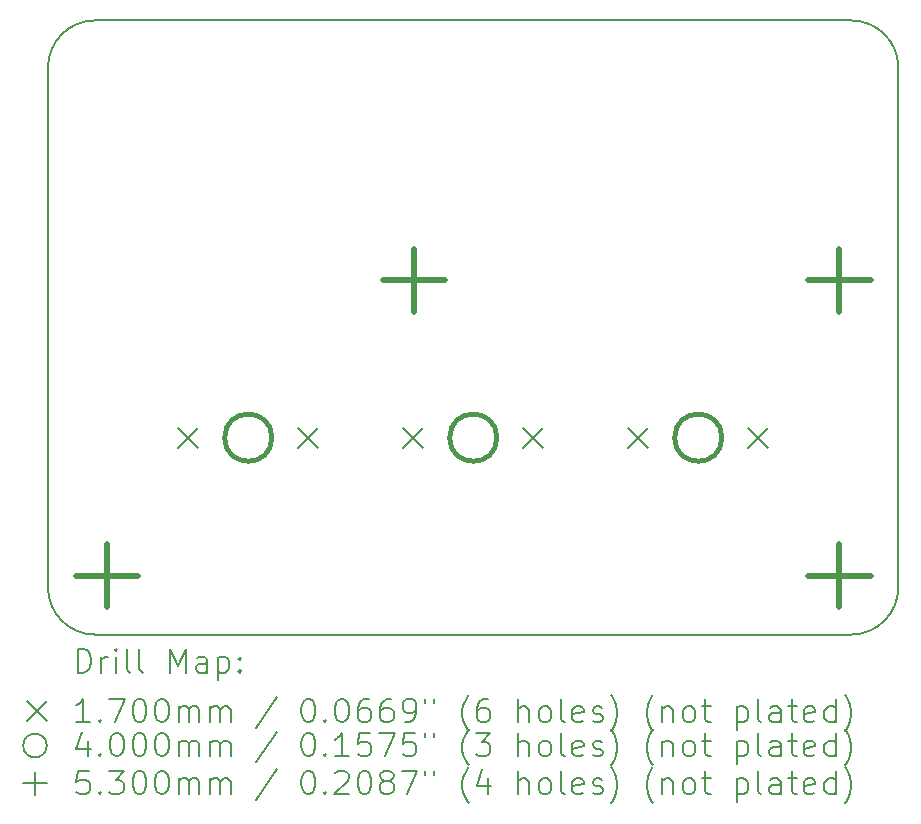
<source format=gbr>
%TF.GenerationSoftware,KiCad,Pcbnew,8.0.8-8.0.8-0~ubuntu22.04.1*%
%TF.CreationDate,2025-02-27T16:32:07+08:00*%
%TF.ProjectId,macropad,6d616372-6f70-4616-942e-6b696361645f,rev?*%
%TF.SameCoordinates,Original*%
%TF.FileFunction,Drillmap*%
%TF.FilePolarity,Positive*%
%FSLAX45Y45*%
G04 Gerber Fmt 4.5, Leading zero omitted, Abs format (unit mm)*
G04 Created by KiCad (PCBNEW 8.0.8-8.0.8-0~ubuntu22.04.1) date 2025-02-27 16:32:07*
%MOMM*%
%LPD*%
G01*
G04 APERTURE LIST*
%ADD10C,0.200000*%
%ADD11C,0.170000*%
%ADD12C,0.400000*%
%ADD13C,0.530000*%
G04 APERTURE END LIST*
D10*
X17500000Y-11700000D02*
G75*
G02*
X17100000Y-11300000I0J400000D01*
G01*
X24300000Y-6900000D02*
X24300000Y-11300000D01*
X24300000Y-11300000D02*
G75*
G02*
X23900000Y-11700000I-400000J0D01*
G01*
X17100000Y-6900000D02*
G75*
G02*
X17500000Y-6500000I400000J0D01*
G01*
X23900000Y-6500000D02*
X17500000Y-6500000D01*
X23900000Y-11700000D02*
X17500000Y-11700000D01*
X17100000Y-6900000D02*
X17100000Y-11300000D01*
X23900000Y-6500000D02*
G75*
G02*
X24300000Y-6900000I0J-400000D01*
G01*
D11*
X18203000Y-9948000D02*
X18373000Y-10118000D01*
X18373000Y-9948000D02*
X18203000Y-10118000D01*
X19219000Y-9948000D02*
X19389000Y-10118000D01*
X19389000Y-9948000D02*
X19219000Y-10118000D01*
X20108000Y-9948000D02*
X20278000Y-10118000D01*
X20278000Y-9948000D02*
X20108000Y-10118000D01*
X21124000Y-9948000D02*
X21294000Y-10118000D01*
X21294000Y-9948000D02*
X21124000Y-10118000D01*
X22013000Y-9948000D02*
X22183000Y-10118000D01*
X22183000Y-9948000D02*
X22013000Y-10118000D01*
X23029000Y-9948000D02*
X23199000Y-10118000D01*
X23199000Y-9948000D02*
X23029000Y-10118000D01*
D12*
X18996000Y-10033000D02*
G75*
G02*
X18596000Y-10033000I-200000J0D01*
G01*
X18596000Y-10033000D02*
G75*
G02*
X18996000Y-10033000I200000J0D01*
G01*
X20901000Y-10033000D02*
G75*
G02*
X20501000Y-10033000I-200000J0D01*
G01*
X20501000Y-10033000D02*
G75*
G02*
X20901000Y-10033000I200000J0D01*
G01*
X22806000Y-10033000D02*
G75*
G02*
X22406000Y-10033000I-200000J0D01*
G01*
X22406000Y-10033000D02*
G75*
G02*
X22806000Y-10033000I200000J0D01*
G01*
D13*
X17600000Y-10935000D02*
X17600000Y-11465000D01*
X17335000Y-11200000D02*
X17865000Y-11200000D01*
X20200000Y-8435000D02*
X20200000Y-8965000D01*
X19935000Y-8700000D02*
X20465000Y-8700000D01*
X23800000Y-8435000D02*
X23800000Y-8965000D01*
X23535000Y-8700000D02*
X24065000Y-8700000D01*
X23800000Y-10935000D02*
X23800000Y-11465000D01*
X23535000Y-11200000D02*
X24065000Y-11200000D01*
D10*
X17350777Y-12021484D02*
X17350777Y-11821484D01*
X17350777Y-11821484D02*
X17398396Y-11821484D01*
X17398396Y-11821484D02*
X17426967Y-11831008D01*
X17426967Y-11831008D02*
X17446015Y-11850055D01*
X17446015Y-11850055D02*
X17455539Y-11869103D01*
X17455539Y-11869103D02*
X17465063Y-11907198D01*
X17465063Y-11907198D02*
X17465063Y-11935769D01*
X17465063Y-11935769D02*
X17455539Y-11973865D01*
X17455539Y-11973865D02*
X17446015Y-11992912D01*
X17446015Y-11992912D02*
X17426967Y-12011960D01*
X17426967Y-12011960D02*
X17398396Y-12021484D01*
X17398396Y-12021484D02*
X17350777Y-12021484D01*
X17550777Y-12021484D02*
X17550777Y-11888150D01*
X17550777Y-11926246D02*
X17560301Y-11907198D01*
X17560301Y-11907198D02*
X17569824Y-11897674D01*
X17569824Y-11897674D02*
X17588872Y-11888150D01*
X17588872Y-11888150D02*
X17607920Y-11888150D01*
X17674586Y-12021484D02*
X17674586Y-11888150D01*
X17674586Y-11821484D02*
X17665063Y-11831008D01*
X17665063Y-11831008D02*
X17674586Y-11840531D01*
X17674586Y-11840531D02*
X17684110Y-11831008D01*
X17684110Y-11831008D02*
X17674586Y-11821484D01*
X17674586Y-11821484D02*
X17674586Y-11840531D01*
X17798396Y-12021484D02*
X17779348Y-12011960D01*
X17779348Y-12011960D02*
X17769824Y-11992912D01*
X17769824Y-11992912D02*
X17769824Y-11821484D01*
X17903158Y-12021484D02*
X17884110Y-12011960D01*
X17884110Y-12011960D02*
X17874586Y-11992912D01*
X17874586Y-11992912D02*
X17874586Y-11821484D01*
X18131729Y-12021484D02*
X18131729Y-11821484D01*
X18131729Y-11821484D02*
X18198396Y-11964341D01*
X18198396Y-11964341D02*
X18265063Y-11821484D01*
X18265063Y-11821484D02*
X18265063Y-12021484D01*
X18446015Y-12021484D02*
X18446015Y-11916722D01*
X18446015Y-11916722D02*
X18436491Y-11897674D01*
X18436491Y-11897674D02*
X18417444Y-11888150D01*
X18417444Y-11888150D02*
X18379348Y-11888150D01*
X18379348Y-11888150D02*
X18360301Y-11897674D01*
X18446015Y-12011960D02*
X18426967Y-12021484D01*
X18426967Y-12021484D02*
X18379348Y-12021484D01*
X18379348Y-12021484D02*
X18360301Y-12011960D01*
X18360301Y-12011960D02*
X18350777Y-11992912D01*
X18350777Y-11992912D02*
X18350777Y-11973865D01*
X18350777Y-11973865D02*
X18360301Y-11954817D01*
X18360301Y-11954817D02*
X18379348Y-11945293D01*
X18379348Y-11945293D02*
X18426967Y-11945293D01*
X18426967Y-11945293D02*
X18446015Y-11935769D01*
X18541253Y-11888150D02*
X18541253Y-12088150D01*
X18541253Y-11897674D02*
X18560301Y-11888150D01*
X18560301Y-11888150D02*
X18598396Y-11888150D01*
X18598396Y-11888150D02*
X18617444Y-11897674D01*
X18617444Y-11897674D02*
X18626967Y-11907198D01*
X18626967Y-11907198D02*
X18636491Y-11926246D01*
X18636491Y-11926246D02*
X18636491Y-11983388D01*
X18636491Y-11983388D02*
X18626967Y-12002436D01*
X18626967Y-12002436D02*
X18617444Y-12011960D01*
X18617444Y-12011960D02*
X18598396Y-12021484D01*
X18598396Y-12021484D02*
X18560301Y-12021484D01*
X18560301Y-12021484D02*
X18541253Y-12011960D01*
X18722205Y-12002436D02*
X18731729Y-12011960D01*
X18731729Y-12011960D02*
X18722205Y-12021484D01*
X18722205Y-12021484D02*
X18712682Y-12011960D01*
X18712682Y-12011960D02*
X18722205Y-12002436D01*
X18722205Y-12002436D02*
X18722205Y-12021484D01*
X18722205Y-11897674D02*
X18731729Y-11907198D01*
X18731729Y-11907198D02*
X18722205Y-11916722D01*
X18722205Y-11916722D02*
X18712682Y-11907198D01*
X18712682Y-11907198D02*
X18722205Y-11897674D01*
X18722205Y-11897674D02*
X18722205Y-11916722D01*
D11*
X16920000Y-12265000D02*
X17090000Y-12435000D01*
X17090000Y-12265000D02*
X16920000Y-12435000D01*
D10*
X17455539Y-12441484D02*
X17341253Y-12441484D01*
X17398396Y-12441484D02*
X17398396Y-12241484D01*
X17398396Y-12241484D02*
X17379348Y-12270055D01*
X17379348Y-12270055D02*
X17360301Y-12289103D01*
X17360301Y-12289103D02*
X17341253Y-12298627D01*
X17541253Y-12422436D02*
X17550777Y-12431960D01*
X17550777Y-12431960D02*
X17541253Y-12441484D01*
X17541253Y-12441484D02*
X17531729Y-12431960D01*
X17531729Y-12431960D02*
X17541253Y-12422436D01*
X17541253Y-12422436D02*
X17541253Y-12441484D01*
X17617444Y-12241484D02*
X17750777Y-12241484D01*
X17750777Y-12241484D02*
X17665063Y-12441484D01*
X17865063Y-12241484D02*
X17884110Y-12241484D01*
X17884110Y-12241484D02*
X17903158Y-12251008D01*
X17903158Y-12251008D02*
X17912682Y-12260531D01*
X17912682Y-12260531D02*
X17922205Y-12279579D01*
X17922205Y-12279579D02*
X17931729Y-12317674D01*
X17931729Y-12317674D02*
X17931729Y-12365293D01*
X17931729Y-12365293D02*
X17922205Y-12403388D01*
X17922205Y-12403388D02*
X17912682Y-12422436D01*
X17912682Y-12422436D02*
X17903158Y-12431960D01*
X17903158Y-12431960D02*
X17884110Y-12441484D01*
X17884110Y-12441484D02*
X17865063Y-12441484D01*
X17865063Y-12441484D02*
X17846015Y-12431960D01*
X17846015Y-12431960D02*
X17836491Y-12422436D01*
X17836491Y-12422436D02*
X17826967Y-12403388D01*
X17826967Y-12403388D02*
X17817444Y-12365293D01*
X17817444Y-12365293D02*
X17817444Y-12317674D01*
X17817444Y-12317674D02*
X17826967Y-12279579D01*
X17826967Y-12279579D02*
X17836491Y-12260531D01*
X17836491Y-12260531D02*
X17846015Y-12251008D01*
X17846015Y-12251008D02*
X17865063Y-12241484D01*
X18055539Y-12241484D02*
X18074586Y-12241484D01*
X18074586Y-12241484D02*
X18093634Y-12251008D01*
X18093634Y-12251008D02*
X18103158Y-12260531D01*
X18103158Y-12260531D02*
X18112682Y-12279579D01*
X18112682Y-12279579D02*
X18122205Y-12317674D01*
X18122205Y-12317674D02*
X18122205Y-12365293D01*
X18122205Y-12365293D02*
X18112682Y-12403388D01*
X18112682Y-12403388D02*
X18103158Y-12422436D01*
X18103158Y-12422436D02*
X18093634Y-12431960D01*
X18093634Y-12431960D02*
X18074586Y-12441484D01*
X18074586Y-12441484D02*
X18055539Y-12441484D01*
X18055539Y-12441484D02*
X18036491Y-12431960D01*
X18036491Y-12431960D02*
X18026967Y-12422436D01*
X18026967Y-12422436D02*
X18017444Y-12403388D01*
X18017444Y-12403388D02*
X18007920Y-12365293D01*
X18007920Y-12365293D02*
X18007920Y-12317674D01*
X18007920Y-12317674D02*
X18017444Y-12279579D01*
X18017444Y-12279579D02*
X18026967Y-12260531D01*
X18026967Y-12260531D02*
X18036491Y-12251008D01*
X18036491Y-12251008D02*
X18055539Y-12241484D01*
X18207920Y-12441484D02*
X18207920Y-12308150D01*
X18207920Y-12327198D02*
X18217444Y-12317674D01*
X18217444Y-12317674D02*
X18236491Y-12308150D01*
X18236491Y-12308150D02*
X18265063Y-12308150D01*
X18265063Y-12308150D02*
X18284110Y-12317674D01*
X18284110Y-12317674D02*
X18293634Y-12336722D01*
X18293634Y-12336722D02*
X18293634Y-12441484D01*
X18293634Y-12336722D02*
X18303158Y-12317674D01*
X18303158Y-12317674D02*
X18322205Y-12308150D01*
X18322205Y-12308150D02*
X18350777Y-12308150D01*
X18350777Y-12308150D02*
X18369825Y-12317674D01*
X18369825Y-12317674D02*
X18379348Y-12336722D01*
X18379348Y-12336722D02*
X18379348Y-12441484D01*
X18474586Y-12441484D02*
X18474586Y-12308150D01*
X18474586Y-12327198D02*
X18484110Y-12317674D01*
X18484110Y-12317674D02*
X18503158Y-12308150D01*
X18503158Y-12308150D02*
X18531729Y-12308150D01*
X18531729Y-12308150D02*
X18550777Y-12317674D01*
X18550777Y-12317674D02*
X18560301Y-12336722D01*
X18560301Y-12336722D02*
X18560301Y-12441484D01*
X18560301Y-12336722D02*
X18569825Y-12317674D01*
X18569825Y-12317674D02*
X18588872Y-12308150D01*
X18588872Y-12308150D02*
X18617444Y-12308150D01*
X18617444Y-12308150D02*
X18636491Y-12317674D01*
X18636491Y-12317674D02*
X18646015Y-12336722D01*
X18646015Y-12336722D02*
X18646015Y-12441484D01*
X19036491Y-12231960D02*
X18865063Y-12489103D01*
X19293634Y-12241484D02*
X19312682Y-12241484D01*
X19312682Y-12241484D02*
X19331729Y-12251008D01*
X19331729Y-12251008D02*
X19341253Y-12260531D01*
X19341253Y-12260531D02*
X19350777Y-12279579D01*
X19350777Y-12279579D02*
X19360301Y-12317674D01*
X19360301Y-12317674D02*
X19360301Y-12365293D01*
X19360301Y-12365293D02*
X19350777Y-12403388D01*
X19350777Y-12403388D02*
X19341253Y-12422436D01*
X19341253Y-12422436D02*
X19331729Y-12431960D01*
X19331729Y-12431960D02*
X19312682Y-12441484D01*
X19312682Y-12441484D02*
X19293634Y-12441484D01*
X19293634Y-12441484D02*
X19274587Y-12431960D01*
X19274587Y-12431960D02*
X19265063Y-12422436D01*
X19265063Y-12422436D02*
X19255539Y-12403388D01*
X19255539Y-12403388D02*
X19246015Y-12365293D01*
X19246015Y-12365293D02*
X19246015Y-12317674D01*
X19246015Y-12317674D02*
X19255539Y-12279579D01*
X19255539Y-12279579D02*
X19265063Y-12260531D01*
X19265063Y-12260531D02*
X19274587Y-12251008D01*
X19274587Y-12251008D02*
X19293634Y-12241484D01*
X19446015Y-12422436D02*
X19455539Y-12431960D01*
X19455539Y-12431960D02*
X19446015Y-12441484D01*
X19446015Y-12441484D02*
X19436491Y-12431960D01*
X19436491Y-12431960D02*
X19446015Y-12422436D01*
X19446015Y-12422436D02*
X19446015Y-12441484D01*
X19579348Y-12241484D02*
X19598396Y-12241484D01*
X19598396Y-12241484D02*
X19617444Y-12251008D01*
X19617444Y-12251008D02*
X19626968Y-12260531D01*
X19626968Y-12260531D02*
X19636491Y-12279579D01*
X19636491Y-12279579D02*
X19646015Y-12317674D01*
X19646015Y-12317674D02*
X19646015Y-12365293D01*
X19646015Y-12365293D02*
X19636491Y-12403388D01*
X19636491Y-12403388D02*
X19626968Y-12422436D01*
X19626968Y-12422436D02*
X19617444Y-12431960D01*
X19617444Y-12431960D02*
X19598396Y-12441484D01*
X19598396Y-12441484D02*
X19579348Y-12441484D01*
X19579348Y-12441484D02*
X19560301Y-12431960D01*
X19560301Y-12431960D02*
X19550777Y-12422436D01*
X19550777Y-12422436D02*
X19541253Y-12403388D01*
X19541253Y-12403388D02*
X19531729Y-12365293D01*
X19531729Y-12365293D02*
X19531729Y-12317674D01*
X19531729Y-12317674D02*
X19541253Y-12279579D01*
X19541253Y-12279579D02*
X19550777Y-12260531D01*
X19550777Y-12260531D02*
X19560301Y-12251008D01*
X19560301Y-12251008D02*
X19579348Y-12241484D01*
X19817444Y-12241484D02*
X19779348Y-12241484D01*
X19779348Y-12241484D02*
X19760301Y-12251008D01*
X19760301Y-12251008D02*
X19750777Y-12260531D01*
X19750777Y-12260531D02*
X19731729Y-12289103D01*
X19731729Y-12289103D02*
X19722206Y-12327198D01*
X19722206Y-12327198D02*
X19722206Y-12403388D01*
X19722206Y-12403388D02*
X19731729Y-12422436D01*
X19731729Y-12422436D02*
X19741253Y-12431960D01*
X19741253Y-12431960D02*
X19760301Y-12441484D01*
X19760301Y-12441484D02*
X19798396Y-12441484D01*
X19798396Y-12441484D02*
X19817444Y-12431960D01*
X19817444Y-12431960D02*
X19826968Y-12422436D01*
X19826968Y-12422436D02*
X19836491Y-12403388D01*
X19836491Y-12403388D02*
X19836491Y-12355769D01*
X19836491Y-12355769D02*
X19826968Y-12336722D01*
X19826968Y-12336722D02*
X19817444Y-12327198D01*
X19817444Y-12327198D02*
X19798396Y-12317674D01*
X19798396Y-12317674D02*
X19760301Y-12317674D01*
X19760301Y-12317674D02*
X19741253Y-12327198D01*
X19741253Y-12327198D02*
X19731729Y-12336722D01*
X19731729Y-12336722D02*
X19722206Y-12355769D01*
X20007920Y-12241484D02*
X19969825Y-12241484D01*
X19969825Y-12241484D02*
X19950777Y-12251008D01*
X19950777Y-12251008D02*
X19941253Y-12260531D01*
X19941253Y-12260531D02*
X19922206Y-12289103D01*
X19922206Y-12289103D02*
X19912682Y-12327198D01*
X19912682Y-12327198D02*
X19912682Y-12403388D01*
X19912682Y-12403388D02*
X19922206Y-12422436D01*
X19922206Y-12422436D02*
X19931729Y-12431960D01*
X19931729Y-12431960D02*
X19950777Y-12441484D01*
X19950777Y-12441484D02*
X19988872Y-12441484D01*
X19988872Y-12441484D02*
X20007920Y-12431960D01*
X20007920Y-12431960D02*
X20017444Y-12422436D01*
X20017444Y-12422436D02*
X20026968Y-12403388D01*
X20026968Y-12403388D02*
X20026968Y-12355769D01*
X20026968Y-12355769D02*
X20017444Y-12336722D01*
X20017444Y-12336722D02*
X20007920Y-12327198D01*
X20007920Y-12327198D02*
X19988872Y-12317674D01*
X19988872Y-12317674D02*
X19950777Y-12317674D01*
X19950777Y-12317674D02*
X19931729Y-12327198D01*
X19931729Y-12327198D02*
X19922206Y-12336722D01*
X19922206Y-12336722D02*
X19912682Y-12355769D01*
X20122206Y-12441484D02*
X20160301Y-12441484D01*
X20160301Y-12441484D02*
X20179349Y-12431960D01*
X20179349Y-12431960D02*
X20188872Y-12422436D01*
X20188872Y-12422436D02*
X20207920Y-12393865D01*
X20207920Y-12393865D02*
X20217444Y-12355769D01*
X20217444Y-12355769D02*
X20217444Y-12279579D01*
X20217444Y-12279579D02*
X20207920Y-12260531D01*
X20207920Y-12260531D02*
X20198396Y-12251008D01*
X20198396Y-12251008D02*
X20179349Y-12241484D01*
X20179349Y-12241484D02*
X20141253Y-12241484D01*
X20141253Y-12241484D02*
X20122206Y-12251008D01*
X20122206Y-12251008D02*
X20112682Y-12260531D01*
X20112682Y-12260531D02*
X20103158Y-12279579D01*
X20103158Y-12279579D02*
X20103158Y-12327198D01*
X20103158Y-12327198D02*
X20112682Y-12346246D01*
X20112682Y-12346246D02*
X20122206Y-12355769D01*
X20122206Y-12355769D02*
X20141253Y-12365293D01*
X20141253Y-12365293D02*
X20179349Y-12365293D01*
X20179349Y-12365293D02*
X20198396Y-12355769D01*
X20198396Y-12355769D02*
X20207920Y-12346246D01*
X20207920Y-12346246D02*
X20217444Y-12327198D01*
X20293634Y-12241484D02*
X20293634Y-12279579D01*
X20369825Y-12241484D02*
X20369825Y-12279579D01*
X20665063Y-12517674D02*
X20655539Y-12508150D01*
X20655539Y-12508150D02*
X20636491Y-12479579D01*
X20636491Y-12479579D02*
X20626968Y-12460531D01*
X20626968Y-12460531D02*
X20617444Y-12431960D01*
X20617444Y-12431960D02*
X20607920Y-12384341D01*
X20607920Y-12384341D02*
X20607920Y-12346246D01*
X20607920Y-12346246D02*
X20617444Y-12298627D01*
X20617444Y-12298627D02*
X20626968Y-12270055D01*
X20626968Y-12270055D02*
X20636491Y-12251008D01*
X20636491Y-12251008D02*
X20655539Y-12222436D01*
X20655539Y-12222436D02*
X20665063Y-12212912D01*
X20826968Y-12241484D02*
X20788872Y-12241484D01*
X20788872Y-12241484D02*
X20769825Y-12251008D01*
X20769825Y-12251008D02*
X20760301Y-12260531D01*
X20760301Y-12260531D02*
X20741253Y-12289103D01*
X20741253Y-12289103D02*
X20731730Y-12327198D01*
X20731730Y-12327198D02*
X20731730Y-12403388D01*
X20731730Y-12403388D02*
X20741253Y-12422436D01*
X20741253Y-12422436D02*
X20750777Y-12431960D01*
X20750777Y-12431960D02*
X20769825Y-12441484D01*
X20769825Y-12441484D02*
X20807920Y-12441484D01*
X20807920Y-12441484D02*
X20826968Y-12431960D01*
X20826968Y-12431960D02*
X20836491Y-12422436D01*
X20836491Y-12422436D02*
X20846015Y-12403388D01*
X20846015Y-12403388D02*
X20846015Y-12355769D01*
X20846015Y-12355769D02*
X20836491Y-12336722D01*
X20836491Y-12336722D02*
X20826968Y-12327198D01*
X20826968Y-12327198D02*
X20807920Y-12317674D01*
X20807920Y-12317674D02*
X20769825Y-12317674D01*
X20769825Y-12317674D02*
X20750777Y-12327198D01*
X20750777Y-12327198D02*
X20741253Y-12336722D01*
X20741253Y-12336722D02*
X20731730Y-12355769D01*
X21084111Y-12441484D02*
X21084111Y-12241484D01*
X21169825Y-12441484D02*
X21169825Y-12336722D01*
X21169825Y-12336722D02*
X21160301Y-12317674D01*
X21160301Y-12317674D02*
X21141253Y-12308150D01*
X21141253Y-12308150D02*
X21112682Y-12308150D01*
X21112682Y-12308150D02*
X21093634Y-12317674D01*
X21093634Y-12317674D02*
X21084111Y-12327198D01*
X21293634Y-12441484D02*
X21274587Y-12431960D01*
X21274587Y-12431960D02*
X21265063Y-12422436D01*
X21265063Y-12422436D02*
X21255539Y-12403388D01*
X21255539Y-12403388D02*
X21255539Y-12346246D01*
X21255539Y-12346246D02*
X21265063Y-12327198D01*
X21265063Y-12327198D02*
X21274587Y-12317674D01*
X21274587Y-12317674D02*
X21293634Y-12308150D01*
X21293634Y-12308150D02*
X21322206Y-12308150D01*
X21322206Y-12308150D02*
X21341253Y-12317674D01*
X21341253Y-12317674D02*
X21350777Y-12327198D01*
X21350777Y-12327198D02*
X21360301Y-12346246D01*
X21360301Y-12346246D02*
X21360301Y-12403388D01*
X21360301Y-12403388D02*
X21350777Y-12422436D01*
X21350777Y-12422436D02*
X21341253Y-12431960D01*
X21341253Y-12431960D02*
X21322206Y-12441484D01*
X21322206Y-12441484D02*
X21293634Y-12441484D01*
X21474587Y-12441484D02*
X21455539Y-12431960D01*
X21455539Y-12431960D02*
X21446015Y-12412912D01*
X21446015Y-12412912D02*
X21446015Y-12241484D01*
X21626968Y-12431960D02*
X21607920Y-12441484D01*
X21607920Y-12441484D02*
X21569825Y-12441484D01*
X21569825Y-12441484D02*
X21550777Y-12431960D01*
X21550777Y-12431960D02*
X21541253Y-12412912D01*
X21541253Y-12412912D02*
X21541253Y-12336722D01*
X21541253Y-12336722D02*
X21550777Y-12317674D01*
X21550777Y-12317674D02*
X21569825Y-12308150D01*
X21569825Y-12308150D02*
X21607920Y-12308150D01*
X21607920Y-12308150D02*
X21626968Y-12317674D01*
X21626968Y-12317674D02*
X21636492Y-12336722D01*
X21636492Y-12336722D02*
X21636492Y-12355769D01*
X21636492Y-12355769D02*
X21541253Y-12374817D01*
X21712682Y-12431960D02*
X21731730Y-12441484D01*
X21731730Y-12441484D02*
X21769825Y-12441484D01*
X21769825Y-12441484D02*
X21788873Y-12431960D01*
X21788873Y-12431960D02*
X21798396Y-12412912D01*
X21798396Y-12412912D02*
X21798396Y-12403388D01*
X21798396Y-12403388D02*
X21788873Y-12384341D01*
X21788873Y-12384341D02*
X21769825Y-12374817D01*
X21769825Y-12374817D02*
X21741253Y-12374817D01*
X21741253Y-12374817D02*
X21722206Y-12365293D01*
X21722206Y-12365293D02*
X21712682Y-12346246D01*
X21712682Y-12346246D02*
X21712682Y-12336722D01*
X21712682Y-12336722D02*
X21722206Y-12317674D01*
X21722206Y-12317674D02*
X21741253Y-12308150D01*
X21741253Y-12308150D02*
X21769825Y-12308150D01*
X21769825Y-12308150D02*
X21788873Y-12317674D01*
X21865063Y-12517674D02*
X21874587Y-12508150D01*
X21874587Y-12508150D02*
X21893634Y-12479579D01*
X21893634Y-12479579D02*
X21903158Y-12460531D01*
X21903158Y-12460531D02*
X21912682Y-12431960D01*
X21912682Y-12431960D02*
X21922206Y-12384341D01*
X21922206Y-12384341D02*
X21922206Y-12346246D01*
X21922206Y-12346246D02*
X21912682Y-12298627D01*
X21912682Y-12298627D02*
X21903158Y-12270055D01*
X21903158Y-12270055D02*
X21893634Y-12251008D01*
X21893634Y-12251008D02*
X21874587Y-12222436D01*
X21874587Y-12222436D02*
X21865063Y-12212912D01*
X22226968Y-12517674D02*
X22217444Y-12508150D01*
X22217444Y-12508150D02*
X22198396Y-12479579D01*
X22198396Y-12479579D02*
X22188873Y-12460531D01*
X22188873Y-12460531D02*
X22179349Y-12431960D01*
X22179349Y-12431960D02*
X22169825Y-12384341D01*
X22169825Y-12384341D02*
X22169825Y-12346246D01*
X22169825Y-12346246D02*
X22179349Y-12298627D01*
X22179349Y-12298627D02*
X22188873Y-12270055D01*
X22188873Y-12270055D02*
X22198396Y-12251008D01*
X22198396Y-12251008D02*
X22217444Y-12222436D01*
X22217444Y-12222436D02*
X22226968Y-12212912D01*
X22303158Y-12308150D02*
X22303158Y-12441484D01*
X22303158Y-12327198D02*
X22312682Y-12317674D01*
X22312682Y-12317674D02*
X22331730Y-12308150D01*
X22331730Y-12308150D02*
X22360301Y-12308150D01*
X22360301Y-12308150D02*
X22379349Y-12317674D01*
X22379349Y-12317674D02*
X22388872Y-12336722D01*
X22388872Y-12336722D02*
X22388872Y-12441484D01*
X22512682Y-12441484D02*
X22493634Y-12431960D01*
X22493634Y-12431960D02*
X22484111Y-12422436D01*
X22484111Y-12422436D02*
X22474587Y-12403388D01*
X22474587Y-12403388D02*
X22474587Y-12346246D01*
X22474587Y-12346246D02*
X22484111Y-12327198D01*
X22484111Y-12327198D02*
X22493634Y-12317674D01*
X22493634Y-12317674D02*
X22512682Y-12308150D01*
X22512682Y-12308150D02*
X22541253Y-12308150D01*
X22541253Y-12308150D02*
X22560301Y-12317674D01*
X22560301Y-12317674D02*
X22569825Y-12327198D01*
X22569825Y-12327198D02*
X22579349Y-12346246D01*
X22579349Y-12346246D02*
X22579349Y-12403388D01*
X22579349Y-12403388D02*
X22569825Y-12422436D01*
X22569825Y-12422436D02*
X22560301Y-12431960D01*
X22560301Y-12431960D02*
X22541253Y-12441484D01*
X22541253Y-12441484D02*
X22512682Y-12441484D01*
X22636492Y-12308150D02*
X22712682Y-12308150D01*
X22665063Y-12241484D02*
X22665063Y-12412912D01*
X22665063Y-12412912D02*
X22674587Y-12431960D01*
X22674587Y-12431960D02*
X22693634Y-12441484D01*
X22693634Y-12441484D02*
X22712682Y-12441484D01*
X22931730Y-12308150D02*
X22931730Y-12508150D01*
X22931730Y-12317674D02*
X22950777Y-12308150D01*
X22950777Y-12308150D02*
X22988873Y-12308150D01*
X22988873Y-12308150D02*
X23007920Y-12317674D01*
X23007920Y-12317674D02*
X23017444Y-12327198D01*
X23017444Y-12327198D02*
X23026968Y-12346246D01*
X23026968Y-12346246D02*
X23026968Y-12403388D01*
X23026968Y-12403388D02*
X23017444Y-12422436D01*
X23017444Y-12422436D02*
X23007920Y-12431960D01*
X23007920Y-12431960D02*
X22988873Y-12441484D01*
X22988873Y-12441484D02*
X22950777Y-12441484D01*
X22950777Y-12441484D02*
X22931730Y-12431960D01*
X23141253Y-12441484D02*
X23122206Y-12431960D01*
X23122206Y-12431960D02*
X23112682Y-12412912D01*
X23112682Y-12412912D02*
X23112682Y-12241484D01*
X23303158Y-12441484D02*
X23303158Y-12336722D01*
X23303158Y-12336722D02*
X23293634Y-12317674D01*
X23293634Y-12317674D02*
X23274587Y-12308150D01*
X23274587Y-12308150D02*
X23236492Y-12308150D01*
X23236492Y-12308150D02*
X23217444Y-12317674D01*
X23303158Y-12431960D02*
X23284111Y-12441484D01*
X23284111Y-12441484D02*
X23236492Y-12441484D01*
X23236492Y-12441484D02*
X23217444Y-12431960D01*
X23217444Y-12431960D02*
X23207920Y-12412912D01*
X23207920Y-12412912D02*
X23207920Y-12393865D01*
X23207920Y-12393865D02*
X23217444Y-12374817D01*
X23217444Y-12374817D02*
X23236492Y-12365293D01*
X23236492Y-12365293D02*
X23284111Y-12365293D01*
X23284111Y-12365293D02*
X23303158Y-12355769D01*
X23369825Y-12308150D02*
X23446015Y-12308150D01*
X23398396Y-12241484D02*
X23398396Y-12412912D01*
X23398396Y-12412912D02*
X23407920Y-12431960D01*
X23407920Y-12431960D02*
X23426968Y-12441484D01*
X23426968Y-12441484D02*
X23446015Y-12441484D01*
X23588873Y-12431960D02*
X23569825Y-12441484D01*
X23569825Y-12441484D02*
X23531730Y-12441484D01*
X23531730Y-12441484D02*
X23512682Y-12431960D01*
X23512682Y-12431960D02*
X23503158Y-12412912D01*
X23503158Y-12412912D02*
X23503158Y-12336722D01*
X23503158Y-12336722D02*
X23512682Y-12317674D01*
X23512682Y-12317674D02*
X23531730Y-12308150D01*
X23531730Y-12308150D02*
X23569825Y-12308150D01*
X23569825Y-12308150D02*
X23588873Y-12317674D01*
X23588873Y-12317674D02*
X23598396Y-12336722D01*
X23598396Y-12336722D02*
X23598396Y-12355769D01*
X23598396Y-12355769D02*
X23503158Y-12374817D01*
X23769825Y-12441484D02*
X23769825Y-12241484D01*
X23769825Y-12431960D02*
X23750777Y-12441484D01*
X23750777Y-12441484D02*
X23712682Y-12441484D01*
X23712682Y-12441484D02*
X23693634Y-12431960D01*
X23693634Y-12431960D02*
X23684111Y-12422436D01*
X23684111Y-12422436D02*
X23674587Y-12403388D01*
X23674587Y-12403388D02*
X23674587Y-12346246D01*
X23674587Y-12346246D02*
X23684111Y-12327198D01*
X23684111Y-12327198D02*
X23693634Y-12317674D01*
X23693634Y-12317674D02*
X23712682Y-12308150D01*
X23712682Y-12308150D02*
X23750777Y-12308150D01*
X23750777Y-12308150D02*
X23769825Y-12317674D01*
X23846015Y-12517674D02*
X23855539Y-12508150D01*
X23855539Y-12508150D02*
X23874587Y-12479579D01*
X23874587Y-12479579D02*
X23884111Y-12460531D01*
X23884111Y-12460531D02*
X23893634Y-12431960D01*
X23893634Y-12431960D02*
X23903158Y-12384341D01*
X23903158Y-12384341D02*
X23903158Y-12346246D01*
X23903158Y-12346246D02*
X23893634Y-12298627D01*
X23893634Y-12298627D02*
X23884111Y-12270055D01*
X23884111Y-12270055D02*
X23874587Y-12251008D01*
X23874587Y-12251008D02*
X23855539Y-12222436D01*
X23855539Y-12222436D02*
X23846015Y-12212912D01*
X17090000Y-12640000D02*
G75*
G02*
X16890000Y-12640000I-100000J0D01*
G01*
X16890000Y-12640000D02*
G75*
G02*
X17090000Y-12640000I100000J0D01*
G01*
X17436491Y-12598150D02*
X17436491Y-12731484D01*
X17388872Y-12521960D02*
X17341253Y-12664817D01*
X17341253Y-12664817D02*
X17465063Y-12664817D01*
X17541253Y-12712436D02*
X17550777Y-12721960D01*
X17550777Y-12721960D02*
X17541253Y-12731484D01*
X17541253Y-12731484D02*
X17531729Y-12721960D01*
X17531729Y-12721960D02*
X17541253Y-12712436D01*
X17541253Y-12712436D02*
X17541253Y-12731484D01*
X17674586Y-12531484D02*
X17693634Y-12531484D01*
X17693634Y-12531484D02*
X17712682Y-12541008D01*
X17712682Y-12541008D02*
X17722205Y-12550531D01*
X17722205Y-12550531D02*
X17731729Y-12569579D01*
X17731729Y-12569579D02*
X17741253Y-12607674D01*
X17741253Y-12607674D02*
X17741253Y-12655293D01*
X17741253Y-12655293D02*
X17731729Y-12693388D01*
X17731729Y-12693388D02*
X17722205Y-12712436D01*
X17722205Y-12712436D02*
X17712682Y-12721960D01*
X17712682Y-12721960D02*
X17693634Y-12731484D01*
X17693634Y-12731484D02*
X17674586Y-12731484D01*
X17674586Y-12731484D02*
X17655539Y-12721960D01*
X17655539Y-12721960D02*
X17646015Y-12712436D01*
X17646015Y-12712436D02*
X17636491Y-12693388D01*
X17636491Y-12693388D02*
X17626967Y-12655293D01*
X17626967Y-12655293D02*
X17626967Y-12607674D01*
X17626967Y-12607674D02*
X17636491Y-12569579D01*
X17636491Y-12569579D02*
X17646015Y-12550531D01*
X17646015Y-12550531D02*
X17655539Y-12541008D01*
X17655539Y-12541008D02*
X17674586Y-12531484D01*
X17865063Y-12531484D02*
X17884110Y-12531484D01*
X17884110Y-12531484D02*
X17903158Y-12541008D01*
X17903158Y-12541008D02*
X17912682Y-12550531D01*
X17912682Y-12550531D02*
X17922205Y-12569579D01*
X17922205Y-12569579D02*
X17931729Y-12607674D01*
X17931729Y-12607674D02*
X17931729Y-12655293D01*
X17931729Y-12655293D02*
X17922205Y-12693388D01*
X17922205Y-12693388D02*
X17912682Y-12712436D01*
X17912682Y-12712436D02*
X17903158Y-12721960D01*
X17903158Y-12721960D02*
X17884110Y-12731484D01*
X17884110Y-12731484D02*
X17865063Y-12731484D01*
X17865063Y-12731484D02*
X17846015Y-12721960D01*
X17846015Y-12721960D02*
X17836491Y-12712436D01*
X17836491Y-12712436D02*
X17826967Y-12693388D01*
X17826967Y-12693388D02*
X17817444Y-12655293D01*
X17817444Y-12655293D02*
X17817444Y-12607674D01*
X17817444Y-12607674D02*
X17826967Y-12569579D01*
X17826967Y-12569579D02*
X17836491Y-12550531D01*
X17836491Y-12550531D02*
X17846015Y-12541008D01*
X17846015Y-12541008D02*
X17865063Y-12531484D01*
X18055539Y-12531484D02*
X18074586Y-12531484D01*
X18074586Y-12531484D02*
X18093634Y-12541008D01*
X18093634Y-12541008D02*
X18103158Y-12550531D01*
X18103158Y-12550531D02*
X18112682Y-12569579D01*
X18112682Y-12569579D02*
X18122205Y-12607674D01*
X18122205Y-12607674D02*
X18122205Y-12655293D01*
X18122205Y-12655293D02*
X18112682Y-12693388D01*
X18112682Y-12693388D02*
X18103158Y-12712436D01*
X18103158Y-12712436D02*
X18093634Y-12721960D01*
X18093634Y-12721960D02*
X18074586Y-12731484D01*
X18074586Y-12731484D02*
X18055539Y-12731484D01*
X18055539Y-12731484D02*
X18036491Y-12721960D01*
X18036491Y-12721960D02*
X18026967Y-12712436D01*
X18026967Y-12712436D02*
X18017444Y-12693388D01*
X18017444Y-12693388D02*
X18007920Y-12655293D01*
X18007920Y-12655293D02*
X18007920Y-12607674D01*
X18007920Y-12607674D02*
X18017444Y-12569579D01*
X18017444Y-12569579D02*
X18026967Y-12550531D01*
X18026967Y-12550531D02*
X18036491Y-12541008D01*
X18036491Y-12541008D02*
X18055539Y-12531484D01*
X18207920Y-12731484D02*
X18207920Y-12598150D01*
X18207920Y-12617198D02*
X18217444Y-12607674D01*
X18217444Y-12607674D02*
X18236491Y-12598150D01*
X18236491Y-12598150D02*
X18265063Y-12598150D01*
X18265063Y-12598150D02*
X18284110Y-12607674D01*
X18284110Y-12607674D02*
X18293634Y-12626722D01*
X18293634Y-12626722D02*
X18293634Y-12731484D01*
X18293634Y-12626722D02*
X18303158Y-12607674D01*
X18303158Y-12607674D02*
X18322205Y-12598150D01*
X18322205Y-12598150D02*
X18350777Y-12598150D01*
X18350777Y-12598150D02*
X18369825Y-12607674D01*
X18369825Y-12607674D02*
X18379348Y-12626722D01*
X18379348Y-12626722D02*
X18379348Y-12731484D01*
X18474586Y-12731484D02*
X18474586Y-12598150D01*
X18474586Y-12617198D02*
X18484110Y-12607674D01*
X18484110Y-12607674D02*
X18503158Y-12598150D01*
X18503158Y-12598150D02*
X18531729Y-12598150D01*
X18531729Y-12598150D02*
X18550777Y-12607674D01*
X18550777Y-12607674D02*
X18560301Y-12626722D01*
X18560301Y-12626722D02*
X18560301Y-12731484D01*
X18560301Y-12626722D02*
X18569825Y-12607674D01*
X18569825Y-12607674D02*
X18588872Y-12598150D01*
X18588872Y-12598150D02*
X18617444Y-12598150D01*
X18617444Y-12598150D02*
X18636491Y-12607674D01*
X18636491Y-12607674D02*
X18646015Y-12626722D01*
X18646015Y-12626722D02*
X18646015Y-12731484D01*
X19036491Y-12521960D02*
X18865063Y-12779103D01*
X19293634Y-12531484D02*
X19312682Y-12531484D01*
X19312682Y-12531484D02*
X19331729Y-12541008D01*
X19331729Y-12541008D02*
X19341253Y-12550531D01*
X19341253Y-12550531D02*
X19350777Y-12569579D01*
X19350777Y-12569579D02*
X19360301Y-12607674D01*
X19360301Y-12607674D02*
X19360301Y-12655293D01*
X19360301Y-12655293D02*
X19350777Y-12693388D01*
X19350777Y-12693388D02*
X19341253Y-12712436D01*
X19341253Y-12712436D02*
X19331729Y-12721960D01*
X19331729Y-12721960D02*
X19312682Y-12731484D01*
X19312682Y-12731484D02*
X19293634Y-12731484D01*
X19293634Y-12731484D02*
X19274587Y-12721960D01*
X19274587Y-12721960D02*
X19265063Y-12712436D01*
X19265063Y-12712436D02*
X19255539Y-12693388D01*
X19255539Y-12693388D02*
X19246015Y-12655293D01*
X19246015Y-12655293D02*
X19246015Y-12607674D01*
X19246015Y-12607674D02*
X19255539Y-12569579D01*
X19255539Y-12569579D02*
X19265063Y-12550531D01*
X19265063Y-12550531D02*
X19274587Y-12541008D01*
X19274587Y-12541008D02*
X19293634Y-12531484D01*
X19446015Y-12712436D02*
X19455539Y-12721960D01*
X19455539Y-12721960D02*
X19446015Y-12731484D01*
X19446015Y-12731484D02*
X19436491Y-12721960D01*
X19436491Y-12721960D02*
X19446015Y-12712436D01*
X19446015Y-12712436D02*
X19446015Y-12731484D01*
X19646015Y-12731484D02*
X19531729Y-12731484D01*
X19588872Y-12731484D02*
X19588872Y-12531484D01*
X19588872Y-12531484D02*
X19569825Y-12560055D01*
X19569825Y-12560055D02*
X19550777Y-12579103D01*
X19550777Y-12579103D02*
X19531729Y-12588627D01*
X19826968Y-12531484D02*
X19731729Y-12531484D01*
X19731729Y-12531484D02*
X19722206Y-12626722D01*
X19722206Y-12626722D02*
X19731729Y-12617198D01*
X19731729Y-12617198D02*
X19750777Y-12607674D01*
X19750777Y-12607674D02*
X19798396Y-12607674D01*
X19798396Y-12607674D02*
X19817444Y-12617198D01*
X19817444Y-12617198D02*
X19826968Y-12626722D01*
X19826968Y-12626722D02*
X19836491Y-12645769D01*
X19836491Y-12645769D02*
X19836491Y-12693388D01*
X19836491Y-12693388D02*
X19826968Y-12712436D01*
X19826968Y-12712436D02*
X19817444Y-12721960D01*
X19817444Y-12721960D02*
X19798396Y-12731484D01*
X19798396Y-12731484D02*
X19750777Y-12731484D01*
X19750777Y-12731484D02*
X19731729Y-12721960D01*
X19731729Y-12721960D02*
X19722206Y-12712436D01*
X19903158Y-12531484D02*
X20036491Y-12531484D01*
X20036491Y-12531484D02*
X19950777Y-12731484D01*
X20207920Y-12531484D02*
X20112682Y-12531484D01*
X20112682Y-12531484D02*
X20103158Y-12626722D01*
X20103158Y-12626722D02*
X20112682Y-12617198D01*
X20112682Y-12617198D02*
X20131729Y-12607674D01*
X20131729Y-12607674D02*
X20179349Y-12607674D01*
X20179349Y-12607674D02*
X20198396Y-12617198D01*
X20198396Y-12617198D02*
X20207920Y-12626722D01*
X20207920Y-12626722D02*
X20217444Y-12645769D01*
X20217444Y-12645769D02*
X20217444Y-12693388D01*
X20217444Y-12693388D02*
X20207920Y-12712436D01*
X20207920Y-12712436D02*
X20198396Y-12721960D01*
X20198396Y-12721960D02*
X20179349Y-12731484D01*
X20179349Y-12731484D02*
X20131729Y-12731484D01*
X20131729Y-12731484D02*
X20112682Y-12721960D01*
X20112682Y-12721960D02*
X20103158Y-12712436D01*
X20293634Y-12531484D02*
X20293634Y-12569579D01*
X20369825Y-12531484D02*
X20369825Y-12569579D01*
X20665063Y-12807674D02*
X20655539Y-12798150D01*
X20655539Y-12798150D02*
X20636491Y-12769579D01*
X20636491Y-12769579D02*
X20626968Y-12750531D01*
X20626968Y-12750531D02*
X20617444Y-12721960D01*
X20617444Y-12721960D02*
X20607920Y-12674341D01*
X20607920Y-12674341D02*
X20607920Y-12636246D01*
X20607920Y-12636246D02*
X20617444Y-12588627D01*
X20617444Y-12588627D02*
X20626968Y-12560055D01*
X20626968Y-12560055D02*
X20636491Y-12541008D01*
X20636491Y-12541008D02*
X20655539Y-12512436D01*
X20655539Y-12512436D02*
X20665063Y-12502912D01*
X20722206Y-12531484D02*
X20846015Y-12531484D01*
X20846015Y-12531484D02*
X20779349Y-12607674D01*
X20779349Y-12607674D02*
X20807920Y-12607674D01*
X20807920Y-12607674D02*
X20826968Y-12617198D01*
X20826968Y-12617198D02*
X20836491Y-12626722D01*
X20836491Y-12626722D02*
X20846015Y-12645769D01*
X20846015Y-12645769D02*
X20846015Y-12693388D01*
X20846015Y-12693388D02*
X20836491Y-12712436D01*
X20836491Y-12712436D02*
X20826968Y-12721960D01*
X20826968Y-12721960D02*
X20807920Y-12731484D01*
X20807920Y-12731484D02*
X20750777Y-12731484D01*
X20750777Y-12731484D02*
X20731730Y-12721960D01*
X20731730Y-12721960D02*
X20722206Y-12712436D01*
X21084111Y-12731484D02*
X21084111Y-12531484D01*
X21169825Y-12731484D02*
X21169825Y-12626722D01*
X21169825Y-12626722D02*
X21160301Y-12607674D01*
X21160301Y-12607674D02*
X21141253Y-12598150D01*
X21141253Y-12598150D02*
X21112682Y-12598150D01*
X21112682Y-12598150D02*
X21093634Y-12607674D01*
X21093634Y-12607674D02*
X21084111Y-12617198D01*
X21293634Y-12731484D02*
X21274587Y-12721960D01*
X21274587Y-12721960D02*
X21265063Y-12712436D01*
X21265063Y-12712436D02*
X21255539Y-12693388D01*
X21255539Y-12693388D02*
X21255539Y-12636246D01*
X21255539Y-12636246D02*
X21265063Y-12617198D01*
X21265063Y-12617198D02*
X21274587Y-12607674D01*
X21274587Y-12607674D02*
X21293634Y-12598150D01*
X21293634Y-12598150D02*
X21322206Y-12598150D01*
X21322206Y-12598150D02*
X21341253Y-12607674D01*
X21341253Y-12607674D02*
X21350777Y-12617198D01*
X21350777Y-12617198D02*
X21360301Y-12636246D01*
X21360301Y-12636246D02*
X21360301Y-12693388D01*
X21360301Y-12693388D02*
X21350777Y-12712436D01*
X21350777Y-12712436D02*
X21341253Y-12721960D01*
X21341253Y-12721960D02*
X21322206Y-12731484D01*
X21322206Y-12731484D02*
X21293634Y-12731484D01*
X21474587Y-12731484D02*
X21455539Y-12721960D01*
X21455539Y-12721960D02*
X21446015Y-12702912D01*
X21446015Y-12702912D02*
X21446015Y-12531484D01*
X21626968Y-12721960D02*
X21607920Y-12731484D01*
X21607920Y-12731484D02*
X21569825Y-12731484D01*
X21569825Y-12731484D02*
X21550777Y-12721960D01*
X21550777Y-12721960D02*
X21541253Y-12702912D01*
X21541253Y-12702912D02*
X21541253Y-12626722D01*
X21541253Y-12626722D02*
X21550777Y-12607674D01*
X21550777Y-12607674D02*
X21569825Y-12598150D01*
X21569825Y-12598150D02*
X21607920Y-12598150D01*
X21607920Y-12598150D02*
X21626968Y-12607674D01*
X21626968Y-12607674D02*
X21636492Y-12626722D01*
X21636492Y-12626722D02*
X21636492Y-12645769D01*
X21636492Y-12645769D02*
X21541253Y-12664817D01*
X21712682Y-12721960D02*
X21731730Y-12731484D01*
X21731730Y-12731484D02*
X21769825Y-12731484D01*
X21769825Y-12731484D02*
X21788873Y-12721960D01*
X21788873Y-12721960D02*
X21798396Y-12702912D01*
X21798396Y-12702912D02*
X21798396Y-12693388D01*
X21798396Y-12693388D02*
X21788873Y-12674341D01*
X21788873Y-12674341D02*
X21769825Y-12664817D01*
X21769825Y-12664817D02*
X21741253Y-12664817D01*
X21741253Y-12664817D02*
X21722206Y-12655293D01*
X21722206Y-12655293D02*
X21712682Y-12636246D01*
X21712682Y-12636246D02*
X21712682Y-12626722D01*
X21712682Y-12626722D02*
X21722206Y-12607674D01*
X21722206Y-12607674D02*
X21741253Y-12598150D01*
X21741253Y-12598150D02*
X21769825Y-12598150D01*
X21769825Y-12598150D02*
X21788873Y-12607674D01*
X21865063Y-12807674D02*
X21874587Y-12798150D01*
X21874587Y-12798150D02*
X21893634Y-12769579D01*
X21893634Y-12769579D02*
X21903158Y-12750531D01*
X21903158Y-12750531D02*
X21912682Y-12721960D01*
X21912682Y-12721960D02*
X21922206Y-12674341D01*
X21922206Y-12674341D02*
X21922206Y-12636246D01*
X21922206Y-12636246D02*
X21912682Y-12588627D01*
X21912682Y-12588627D02*
X21903158Y-12560055D01*
X21903158Y-12560055D02*
X21893634Y-12541008D01*
X21893634Y-12541008D02*
X21874587Y-12512436D01*
X21874587Y-12512436D02*
X21865063Y-12502912D01*
X22226968Y-12807674D02*
X22217444Y-12798150D01*
X22217444Y-12798150D02*
X22198396Y-12769579D01*
X22198396Y-12769579D02*
X22188873Y-12750531D01*
X22188873Y-12750531D02*
X22179349Y-12721960D01*
X22179349Y-12721960D02*
X22169825Y-12674341D01*
X22169825Y-12674341D02*
X22169825Y-12636246D01*
X22169825Y-12636246D02*
X22179349Y-12588627D01*
X22179349Y-12588627D02*
X22188873Y-12560055D01*
X22188873Y-12560055D02*
X22198396Y-12541008D01*
X22198396Y-12541008D02*
X22217444Y-12512436D01*
X22217444Y-12512436D02*
X22226968Y-12502912D01*
X22303158Y-12598150D02*
X22303158Y-12731484D01*
X22303158Y-12617198D02*
X22312682Y-12607674D01*
X22312682Y-12607674D02*
X22331730Y-12598150D01*
X22331730Y-12598150D02*
X22360301Y-12598150D01*
X22360301Y-12598150D02*
X22379349Y-12607674D01*
X22379349Y-12607674D02*
X22388872Y-12626722D01*
X22388872Y-12626722D02*
X22388872Y-12731484D01*
X22512682Y-12731484D02*
X22493634Y-12721960D01*
X22493634Y-12721960D02*
X22484111Y-12712436D01*
X22484111Y-12712436D02*
X22474587Y-12693388D01*
X22474587Y-12693388D02*
X22474587Y-12636246D01*
X22474587Y-12636246D02*
X22484111Y-12617198D01*
X22484111Y-12617198D02*
X22493634Y-12607674D01*
X22493634Y-12607674D02*
X22512682Y-12598150D01*
X22512682Y-12598150D02*
X22541253Y-12598150D01*
X22541253Y-12598150D02*
X22560301Y-12607674D01*
X22560301Y-12607674D02*
X22569825Y-12617198D01*
X22569825Y-12617198D02*
X22579349Y-12636246D01*
X22579349Y-12636246D02*
X22579349Y-12693388D01*
X22579349Y-12693388D02*
X22569825Y-12712436D01*
X22569825Y-12712436D02*
X22560301Y-12721960D01*
X22560301Y-12721960D02*
X22541253Y-12731484D01*
X22541253Y-12731484D02*
X22512682Y-12731484D01*
X22636492Y-12598150D02*
X22712682Y-12598150D01*
X22665063Y-12531484D02*
X22665063Y-12702912D01*
X22665063Y-12702912D02*
X22674587Y-12721960D01*
X22674587Y-12721960D02*
X22693634Y-12731484D01*
X22693634Y-12731484D02*
X22712682Y-12731484D01*
X22931730Y-12598150D02*
X22931730Y-12798150D01*
X22931730Y-12607674D02*
X22950777Y-12598150D01*
X22950777Y-12598150D02*
X22988873Y-12598150D01*
X22988873Y-12598150D02*
X23007920Y-12607674D01*
X23007920Y-12607674D02*
X23017444Y-12617198D01*
X23017444Y-12617198D02*
X23026968Y-12636246D01*
X23026968Y-12636246D02*
X23026968Y-12693388D01*
X23026968Y-12693388D02*
X23017444Y-12712436D01*
X23017444Y-12712436D02*
X23007920Y-12721960D01*
X23007920Y-12721960D02*
X22988873Y-12731484D01*
X22988873Y-12731484D02*
X22950777Y-12731484D01*
X22950777Y-12731484D02*
X22931730Y-12721960D01*
X23141253Y-12731484D02*
X23122206Y-12721960D01*
X23122206Y-12721960D02*
X23112682Y-12702912D01*
X23112682Y-12702912D02*
X23112682Y-12531484D01*
X23303158Y-12731484D02*
X23303158Y-12626722D01*
X23303158Y-12626722D02*
X23293634Y-12607674D01*
X23293634Y-12607674D02*
X23274587Y-12598150D01*
X23274587Y-12598150D02*
X23236492Y-12598150D01*
X23236492Y-12598150D02*
X23217444Y-12607674D01*
X23303158Y-12721960D02*
X23284111Y-12731484D01*
X23284111Y-12731484D02*
X23236492Y-12731484D01*
X23236492Y-12731484D02*
X23217444Y-12721960D01*
X23217444Y-12721960D02*
X23207920Y-12702912D01*
X23207920Y-12702912D02*
X23207920Y-12683865D01*
X23207920Y-12683865D02*
X23217444Y-12664817D01*
X23217444Y-12664817D02*
X23236492Y-12655293D01*
X23236492Y-12655293D02*
X23284111Y-12655293D01*
X23284111Y-12655293D02*
X23303158Y-12645769D01*
X23369825Y-12598150D02*
X23446015Y-12598150D01*
X23398396Y-12531484D02*
X23398396Y-12702912D01*
X23398396Y-12702912D02*
X23407920Y-12721960D01*
X23407920Y-12721960D02*
X23426968Y-12731484D01*
X23426968Y-12731484D02*
X23446015Y-12731484D01*
X23588873Y-12721960D02*
X23569825Y-12731484D01*
X23569825Y-12731484D02*
X23531730Y-12731484D01*
X23531730Y-12731484D02*
X23512682Y-12721960D01*
X23512682Y-12721960D02*
X23503158Y-12702912D01*
X23503158Y-12702912D02*
X23503158Y-12626722D01*
X23503158Y-12626722D02*
X23512682Y-12607674D01*
X23512682Y-12607674D02*
X23531730Y-12598150D01*
X23531730Y-12598150D02*
X23569825Y-12598150D01*
X23569825Y-12598150D02*
X23588873Y-12607674D01*
X23588873Y-12607674D02*
X23598396Y-12626722D01*
X23598396Y-12626722D02*
X23598396Y-12645769D01*
X23598396Y-12645769D02*
X23503158Y-12664817D01*
X23769825Y-12731484D02*
X23769825Y-12531484D01*
X23769825Y-12721960D02*
X23750777Y-12731484D01*
X23750777Y-12731484D02*
X23712682Y-12731484D01*
X23712682Y-12731484D02*
X23693634Y-12721960D01*
X23693634Y-12721960D02*
X23684111Y-12712436D01*
X23684111Y-12712436D02*
X23674587Y-12693388D01*
X23674587Y-12693388D02*
X23674587Y-12636246D01*
X23674587Y-12636246D02*
X23684111Y-12617198D01*
X23684111Y-12617198D02*
X23693634Y-12607674D01*
X23693634Y-12607674D02*
X23712682Y-12598150D01*
X23712682Y-12598150D02*
X23750777Y-12598150D01*
X23750777Y-12598150D02*
X23769825Y-12607674D01*
X23846015Y-12807674D02*
X23855539Y-12798150D01*
X23855539Y-12798150D02*
X23874587Y-12769579D01*
X23874587Y-12769579D02*
X23884111Y-12750531D01*
X23884111Y-12750531D02*
X23893634Y-12721960D01*
X23893634Y-12721960D02*
X23903158Y-12674341D01*
X23903158Y-12674341D02*
X23903158Y-12636246D01*
X23903158Y-12636246D02*
X23893634Y-12588627D01*
X23893634Y-12588627D02*
X23884111Y-12560055D01*
X23884111Y-12560055D02*
X23874587Y-12541008D01*
X23874587Y-12541008D02*
X23855539Y-12512436D01*
X23855539Y-12512436D02*
X23846015Y-12502912D01*
X16990000Y-12860000D02*
X16990000Y-13060000D01*
X16890000Y-12960000D02*
X17090000Y-12960000D01*
X17446015Y-12851484D02*
X17350777Y-12851484D01*
X17350777Y-12851484D02*
X17341253Y-12946722D01*
X17341253Y-12946722D02*
X17350777Y-12937198D01*
X17350777Y-12937198D02*
X17369824Y-12927674D01*
X17369824Y-12927674D02*
X17417444Y-12927674D01*
X17417444Y-12927674D02*
X17436491Y-12937198D01*
X17436491Y-12937198D02*
X17446015Y-12946722D01*
X17446015Y-12946722D02*
X17455539Y-12965769D01*
X17455539Y-12965769D02*
X17455539Y-13013388D01*
X17455539Y-13013388D02*
X17446015Y-13032436D01*
X17446015Y-13032436D02*
X17436491Y-13041960D01*
X17436491Y-13041960D02*
X17417444Y-13051484D01*
X17417444Y-13051484D02*
X17369824Y-13051484D01*
X17369824Y-13051484D02*
X17350777Y-13041960D01*
X17350777Y-13041960D02*
X17341253Y-13032436D01*
X17541253Y-13032436D02*
X17550777Y-13041960D01*
X17550777Y-13041960D02*
X17541253Y-13051484D01*
X17541253Y-13051484D02*
X17531729Y-13041960D01*
X17531729Y-13041960D02*
X17541253Y-13032436D01*
X17541253Y-13032436D02*
X17541253Y-13051484D01*
X17617444Y-12851484D02*
X17741253Y-12851484D01*
X17741253Y-12851484D02*
X17674586Y-12927674D01*
X17674586Y-12927674D02*
X17703158Y-12927674D01*
X17703158Y-12927674D02*
X17722205Y-12937198D01*
X17722205Y-12937198D02*
X17731729Y-12946722D01*
X17731729Y-12946722D02*
X17741253Y-12965769D01*
X17741253Y-12965769D02*
X17741253Y-13013388D01*
X17741253Y-13013388D02*
X17731729Y-13032436D01*
X17731729Y-13032436D02*
X17722205Y-13041960D01*
X17722205Y-13041960D02*
X17703158Y-13051484D01*
X17703158Y-13051484D02*
X17646015Y-13051484D01*
X17646015Y-13051484D02*
X17626967Y-13041960D01*
X17626967Y-13041960D02*
X17617444Y-13032436D01*
X17865063Y-12851484D02*
X17884110Y-12851484D01*
X17884110Y-12851484D02*
X17903158Y-12861008D01*
X17903158Y-12861008D02*
X17912682Y-12870531D01*
X17912682Y-12870531D02*
X17922205Y-12889579D01*
X17922205Y-12889579D02*
X17931729Y-12927674D01*
X17931729Y-12927674D02*
X17931729Y-12975293D01*
X17931729Y-12975293D02*
X17922205Y-13013388D01*
X17922205Y-13013388D02*
X17912682Y-13032436D01*
X17912682Y-13032436D02*
X17903158Y-13041960D01*
X17903158Y-13041960D02*
X17884110Y-13051484D01*
X17884110Y-13051484D02*
X17865063Y-13051484D01*
X17865063Y-13051484D02*
X17846015Y-13041960D01*
X17846015Y-13041960D02*
X17836491Y-13032436D01*
X17836491Y-13032436D02*
X17826967Y-13013388D01*
X17826967Y-13013388D02*
X17817444Y-12975293D01*
X17817444Y-12975293D02*
X17817444Y-12927674D01*
X17817444Y-12927674D02*
X17826967Y-12889579D01*
X17826967Y-12889579D02*
X17836491Y-12870531D01*
X17836491Y-12870531D02*
X17846015Y-12861008D01*
X17846015Y-12861008D02*
X17865063Y-12851484D01*
X18055539Y-12851484D02*
X18074586Y-12851484D01*
X18074586Y-12851484D02*
X18093634Y-12861008D01*
X18093634Y-12861008D02*
X18103158Y-12870531D01*
X18103158Y-12870531D02*
X18112682Y-12889579D01*
X18112682Y-12889579D02*
X18122205Y-12927674D01*
X18122205Y-12927674D02*
X18122205Y-12975293D01*
X18122205Y-12975293D02*
X18112682Y-13013388D01*
X18112682Y-13013388D02*
X18103158Y-13032436D01*
X18103158Y-13032436D02*
X18093634Y-13041960D01*
X18093634Y-13041960D02*
X18074586Y-13051484D01*
X18074586Y-13051484D02*
X18055539Y-13051484D01*
X18055539Y-13051484D02*
X18036491Y-13041960D01*
X18036491Y-13041960D02*
X18026967Y-13032436D01*
X18026967Y-13032436D02*
X18017444Y-13013388D01*
X18017444Y-13013388D02*
X18007920Y-12975293D01*
X18007920Y-12975293D02*
X18007920Y-12927674D01*
X18007920Y-12927674D02*
X18017444Y-12889579D01*
X18017444Y-12889579D02*
X18026967Y-12870531D01*
X18026967Y-12870531D02*
X18036491Y-12861008D01*
X18036491Y-12861008D02*
X18055539Y-12851484D01*
X18207920Y-13051484D02*
X18207920Y-12918150D01*
X18207920Y-12937198D02*
X18217444Y-12927674D01*
X18217444Y-12927674D02*
X18236491Y-12918150D01*
X18236491Y-12918150D02*
X18265063Y-12918150D01*
X18265063Y-12918150D02*
X18284110Y-12927674D01*
X18284110Y-12927674D02*
X18293634Y-12946722D01*
X18293634Y-12946722D02*
X18293634Y-13051484D01*
X18293634Y-12946722D02*
X18303158Y-12927674D01*
X18303158Y-12927674D02*
X18322205Y-12918150D01*
X18322205Y-12918150D02*
X18350777Y-12918150D01*
X18350777Y-12918150D02*
X18369825Y-12927674D01*
X18369825Y-12927674D02*
X18379348Y-12946722D01*
X18379348Y-12946722D02*
X18379348Y-13051484D01*
X18474586Y-13051484D02*
X18474586Y-12918150D01*
X18474586Y-12937198D02*
X18484110Y-12927674D01*
X18484110Y-12927674D02*
X18503158Y-12918150D01*
X18503158Y-12918150D02*
X18531729Y-12918150D01*
X18531729Y-12918150D02*
X18550777Y-12927674D01*
X18550777Y-12927674D02*
X18560301Y-12946722D01*
X18560301Y-12946722D02*
X18560301Y-13051484D01*
X18560301Y-12946722D02*
X18569825Y-12927674D01*
X18569825Y-12927674D02*
X18588872Y-12918150D01*
X18588872Y-12918150D02*
X18617444Y-12918150D01*
X18617444Y-12918150D02*
X18636491Y-12927674D01*
X18636491Y-12927674D02*
X18646015Y-12946722D01*
X18646015Y-12946722D02*
X18646015Y-13051484D01*
X19036491Y-12841960D02*
X18865063Y-13099103D01*
X19293634Y-12851484D02*
X19312682Y-12851484D01*
X19312682Y-12851484D02*
X19331729Y-12861008D01*
X19331729Y-12861008D02*
X19341253Y-12870531D01*
X19341253Y-12870531D02*
X19350777Y-12889579D01*
X19350777Y-12889579D02*
X19360301Y-12927674D01*
X19360301Y-12927674D02*
X19360301Y-12975293D01*
X19360301Y-12975293D02*
X19350777Y-13013388D01*
X19350777Y-13013388D02*
X19341253Y-13032436D01*
X19341253Y-13032436D02*
X19331729Y-13041960D01*
X19331729Y-13041960D02*
X19312682Y-13051484D01*
X19312682Y-13051484D02*
X19293634Y-13051484D01*
X19293634Y-13051484D02*
X19274587Y-13041960D01*
X19274587Y-13041960D02*
X19265063Y-13032436D01*
X19265063Y-13032436D02*
X19255539Y-13013388D01*
X19255539Y-13013388D02*
X19246015Y-12975293D01*
X19246015Y-12975293D02*
X19246015Y-12927674D01*
X19246015Y-12927674D02*
X19255539Y-12889579D01*
X19255539Y-12889579D02*
X19265063Y-12870531D01*
X19265063Y-12870531D02*
X19274587Y-12861008D01*
X19274587Y-12861008D02*
X19293634Y-12851484D01*
X19446015Y-13032436D02*
X19455539Y-13041960D01*
X19455539Y-13041960D02*
X19446015Y-13051484D01*
X19446015Y-13051484D02*
X19436491Y-13041960D01*
X19436491Y-13041960D02*
X19446015Y-13032436D01*
X19446015Y-13032436D02*
X19446015Y-13051484D01*
X19531729Y-12870531D02*
X19541253Y-12861008D01*
X19541253Y-12861008D02*
X19560301Y-12851484D01*
X19560301Y-12851484D02*
X19607920Y-12851484D01*
X19607920Y-12851484D02*
X19626968Y-12861008D01*
X19626968Y-12861008D02*
X19636491Y-12870531D01*
X19636491Y-12870531D02*
X19646015Y-12889579D01*
X19646015Y-12889579D02*
X19646015Y-12908627D01*
X19646015Y-12908627D02*
X19636491Y-12937198D01*
X19636491Y-12937198D02*
X19522206Y-13051484D01*
X19522206Y-13051484D02*
X19646015Y-13051484D01*
X19769825Y-12851484D02*
X19788872Y-12851484D01*
X19788872Y-12851484D02*
X19807920Y-12861008D01*
X19807920Y-12861008D02*
X19817444Y-12870531D01*
X19817444Y-12870531D02*
X19826968Y-12889579D01*
X19826968Y-12889579D02*
X19836491Y-12927674D01*
X19836491Y-12927674D02*
X19836491Y-12975293D01*
X19836491Y-12975293D02*
X19826968Y-13013388D01*
X19826968Y-13013388D02*
X19817444Y-13032436D01*
X19817444Y-13032436D02*
X19807920Y-13041960D01*
X19807920Y-13041960D02*
X19788872Y-13051484D01*
X19788872Y-13051484D02*
X19769825Y-13051484D01*
X19769825Y-13051484D02*
X19750777Y-13041960D01*
X19750777Y-13041960D02*
X19741253Y-13032436D01*
X19741253Y-13032436D02*
X19731729Y-13013388D01*
X19731729Y-13013388D02*
X19722206Y-12975293D01*
X19722206Y-12975293D02*
X19722206Y-12927674D01*
X19722206Y-12927674D02*
X19731729Y-12889579D01*
X19731729Y-12889579D02*
X19741253Y-12870531D01*
X19741253Y-12870531D02*
X19750777Y-12861008D01*
X19750777Y-12861008D02*
X19769825Y-12851484D01*
X19950777Y-12937198D02*
X19931729Y-12927674D01*
X19931729Y-12927674D02*
X19922206Y-12918150D01*
X19922206Y-12918150D02*
X19912682Y-12899103D01*
X19912682Y-12899103D02*
X19912682Y-12889579D01*
X19912682Y-12889579D02*
X19922206Y-12870531D01*
X19922206Y-12870531D02*
X19931729Y-12861008D01*
X19931729Y-12861008D02*
X19950777Y-12851484D01*
X19950777Y-12851484D02*
X19988872Y-12851484D01*
X19988872Y-12851484D02*
X20007920Y-12861008D01*
X20007920Y-12861008D02*
X20017444Y-12870531D01*
X20017444Y-12870531D02*
X20026968Y-12889579D01*
X20026968Y-12889579D02*
X20026968Y-12899103D01*
X20026968Y-12899103D02*
X20017444Y-12918150D01*
X20017444Y-12918150D02*
X20007920Y-12927674D01*
X20007920Y-12927674D02*
X19988872Y-12937198D01*
X19988872Y-12937198D02*
X19950777Y-12937198D01*
X19950777Y-12937198D02*
X19931729Y-12946722D01*
X19931729Y-12946722D02*
X19922206Y-12956246D01*
X19922206Y-12956246D02*
X19912682Y-12975293D01*
X19912682Y-12975293D02*
X19912682Y-13013388D01*
X19912682Y-13013388D02*
X19922206Y-13032436D01*
X19922206Y-13032436D02*
X19931729Y-13041960D01*
X19931729Y-13041960D02*
X19950777Y-13051484D01*
X19950777Y-13051484D02*
X19988872Y-13051484D01*
X19988872Y-13051484D02*
X20007920Y-13041960D01*
X20007920Y-13041960D02*
X20017444Y-13032436D01*
X20017444Y-13032436D02*
X20026968Y-13013388D01*
X20026968Y-13013388D02*
X20026968Y-12975293D01*
X20026968Y-12975293D02*
X20017444Y-12956246D01*
X20017444Y-12956246D02*
X20007920Y-12946722D01*
X20007920Y-12946722D02*
X19988872Y-12937198D01*
X20093634Y-12851484D02*
X20226968Y-12851484D01*
X20226968Y-12851484D02*
X20141253Y-13051484D01*
X20293634Y-12851484D02*
X20293634Y-12889579D01*
X20369825Y-12851484D02*
X20369825Y-12889579D01*
X20665063Y-13127674D02*
X20655539Y-13118150D01*
X20655539Y-13118150D02*
X20636491Y-13089579D01*
X20636491Y-13089579D02*
X20626968Y-13070531D01*
X20626968Y-13070531D02*
X20617444Y-13041960D01*
X20617444Y-13041960D02*
X20607920Y-12994341D01*
X20607920Y-12994341D02*
X20607920Y-12956246D01*
X20607920Y-12956246D02*
X20617444Y-12908627D01*
X20617444Y-12908627D02*
X20626968Y-12880055D01*
X20626968Y-12880055D02*
X20636491Y-12861008D01*
X20636491Y-12861008D02*
X20655539Y-12832436D01*
X20655539Y-12832436D02*
X20665063Y-12822912D01*
X20826968Y-12918150D02*
X20826968Y-13051484D01*
X20779349Y-12841960D02*
X20731730Y-12984817D01*
X20731730Y-12984817D02*
X20855539Y-12984817D01*
X21084111Y-13051484D02*
X21084111Y-12851484D01*
X21169825Y-13051484D02*
X21169825Y-12946722D01*
X21169825Y-12946722D02*
X21160301Y-12927674D01*
X21160301Y-12927674D02*
X21141253Y-12918150D01*
X21141253Y-12918150D02*
X21112682Y-12918150D01*
X21112682Y-12918150D02*
X21093634Y-12927674D01*
X21093634Y-12927674D02*
X21084111Y-12937198D01*
X21293634Y-13051484D02*
X21274587Y-13041960D01*
X21274587Y-13041960D02*
X21265063Y-13032436D01*
X21265063Y-13032436D02*
X21255539Y-13013388D01*
X21255539Y-13013388D02*
X21255539Y-12956246D01*
X21255539Y-12956246D02*
X21265063Y-12937198D01*
X21265063Y-12937198D02*
X21274587Y-12927674D01*
X21274587Y-12927674D02*
X21293634Y-12918150D01*
X21293634Y-12918150D02*
X21322206Y-12918150D01*
X21322206Y-12918150D02*
X21341253Y-12927674D01*
X21341253Y-12927674D02*
X21350777Y-12937198D01*
X21350777Y-12937198D02*
X21360301Y-12956246D01*
X21360301Y-12956246D02*
X21360301Y-13013388D01*
X21360301Y-13013388D02*
X21350777Y-13032436D01*
X21350777Y-13032436D02*
X21341253Y-13041960D01*
X21341253Y-13041960D02*
X21322206Y-13051484D01*
X21322206Y-13051484D02*
X21293634Y-13051484D01*
X21474587Y-13051484D02*
X21455539Y-13041960D01*
X21455539Y-13041960D02*
X21446015Y-13022912D01*
X21446015Y-13022912D02*
X21446015Y-12851484D01*
X21626968Y-13041960D02*
X21607920Y-13051484D01*
X21607920Y-13051484D02*
X21569825Y-13051484D01*
X21569825Y-13051484D02*
X21550777Y-13041960D01*
X21550777Y-13041960D02*
X21541253Y-13022912D01*
X21541253Y-13022912D02*
X21541253Y-12946722D01*
X21541253Y-12946722D02*
X21550777Y-12927674D01*
X21550777Y-12927674D02*
X21569825Y-12918150D01*
X21569825Y-12918150D02*
X21607920Y-12918150D01*
X21607920Y-12918150D02*
X21626968Y-12927674D01*
X21626968Y-12927674D02*
X21636492Y-12946722D01*
X21636492Y-12946722D02*
X21636492Y-12965769D01*
X21636492Y-12965769D02*
X21541253Y-12984817D01*
X21712682Y-13041960D02*
X21731730Y-13051484D01*
X21731730Y-13051484D02*
X21769825Y-13051484D01*
X21769825Y-13051484D02*
X21788873Y-13041960D01*
X21788873Y-13041960D02*
X21798396Y-13022912D01*
X21798396Y-13022912D02*
X21798396Y-13013388D01*
X21798396Y-13013388D02*
X21788873Y-12994341D01*
X21788873Y-12994341D02*
X21769825Y-12984817D01*
X21769825Y-12984817D02*
X21741253Y-12984817D01*
X21741253Y-12984817D02*
X21722206Y-12975293D01*
X21722206Y-12975293D02*
X21712682Y-12956246D01*
X21712682Y-12956246D02*
X21712682Y-12946722D01*
X21712682Y-12946722D02*
X21722206Y-12927674D01*
X21722206Y-12927674D02*
X21741253Y-12918150D01*
X21741253Y-12918150D02*
X21769825Y-12918150D01*
X21769825Y-12918150D02*
X21788873Y-12927674D01*
X21865063Y-13127674D02*
X21874587Y-13118150D01*
X21874587Y-13118150D02*
X21893634Y-13089579D01*
X21893634Y-13089579D02*
X21903158Y-13070531D01*
X21903158Y-13070531D02*
X21912682Y-13041960D01*
X21912682Y-13041960D02*
X21922206Y-12994341D01*
X21922206Y-12994341D02*
X21922206Y-12956246D01*
X21922206Y-12956246D02*
X21912682Y-12908627D01*
X21912682Y-12908627D02*
X21903158Y-12880055D01*
X21903158Y-12880055D02*
X21893634Y-12861008D01*
X21893634Y-12861008D02*
X21874587Y-12832436D01*
X21874587Y-12832436D02*
X21865063Y-12822912D01*
X22226968Y-13127674D02*
X22217444Y-13118150D01*
X22217444Y-13118150D02*
X22198396Y-13089579D01*
X22198396Y-13089579D02*
X22188873Y-13070531D01*
X22188873Y-13070531D02*
X22179349Y-13041960D01*
X22179349Y-13041960D02*
X22169825Y-12994341D01*
X22169825Y-12994341D02*
X22169825Y-12956246D01*
X22169825Y-12956246D02*
X22179349Y-12908627D01*
X22179349Y-12908627D02*
X22188873Y-12880055D01*
X22188873Y-12880055D02*
X22198396Y-12861008D01*
X22198396Y-12861008D02*
X22217444Y-12832436D01*
X22217444Y-12832436D02*
X22226968Y-12822912D01*
X22303158Y-12918150D02*
X22303158Y-13051484D01*
X22303158Y-12937198D02*
X22312682Y-12927674D01*
X22312682Y-12927674D02*
X22331730Y-12918150D01*
X22331730Y-12918150D02*
X22360301Y-12918150D01*
X22360301Y-12918150D02*
X22379349Y-12927674D01*
X22379349Y-12927674D02*
X22388872Y-12946722D01*
X22388872Y-12946722D02*
X22388872Y-13051484D01*
X22512682Y-13051484D02*
X22493634Y-13041960D01*
X22493634Y-13041960D02*
X22484111Y-13032436D01*
X22484111Y-13032436D02*
X22474587Y-13013388D01*
X22474587Y-13013388D02*
X22474587Y-12956246D01*
X22474587Y-12956246D02*
X22484111Y-12937198D01*
X22484111Y-12937198D02*
X22493634Y-12927674D01*
X22493634Y-12927674D02*
X22512682Y-12918150D01*
X22512682Y-12918150D02*
X22541253Y-12918150D01*
X22541253Y-12918150D02*
X22560301Y-12927674D01*
X22560301Y-12927674D02*
X22569825Y-12937198D01*
X22569825Y-12937198D02*
X22579349Y-12956246D01*
X22579349Y-12956246D02*
X22579349Y-13013388D01*
X22579349Y-13013388D02*
X22569825Y-13032436D01*
X22569825Y-13032436D02*
X22560301Y-13041960D01*
X22560301Y-13041960D02*
X22541253Y-13051484D01*
X22541253Y-13051484D02*
X22512682Y-13051484D01*
X22636492Y-12918150D02*
X22712682Y-12918150D01*
X22665063Y-12851484D02*
X22665063Y-13022912D01*
X22665063Y-13022912D02*
X22674587Y-13041960D01*
X22674587Y-13041960D02*
X22693634Y-13051484D01*
X22693634Y-13051484D02*
X22712682Y-13051484D01*
X22931730Y-12918150D02*
X22931730Y-13118150D01*
X22931730Y-12927674D02*
X22950777Y-12918150D01*
X22950777Y-12918150D02*
X22988873Y-12918150D01*
X22988873Y-12918150D02*
X23007920Y-12927674D01*
X23007920Y-12927674D02*
X23017444Y-12937198D01*
X23017444Y-12937198D02*
X23026968Y-12956246D01*
X23026968Y-12956246D02*
X23026968Y-13013388D01*
X23026968Y-13013388D02*
X23017444Y-13032436D01*
X23017444Y-13032436D02*
X23007920Y-13041960D01*
X23007920Y-13041960D02*
X22988873Y-13051484D01*
X22988873Y-13051484D02*
X22950777Y-13051484D01*
X22950777Y-13051484D02*
X22931730Y-13041960D01*
X23141253Y-13051484D02*
X23122206Y-13041960D01*
X23122206Y-13041960D02*
X23112682Y-13022912D01*
X23112682Y-13022912D02*
X23112682Y-12851484D01*
X23303158Y-13051484D02*
X23303158Y-12946722D01*
X23303158Y-12946722D02*
X23293634Y-12927674D01*
X23293634Y-12927674D02*
X23274587Y-12918150D01*
X23274587Y-12918150D02*
X23236492Y-12918150D01*
X23236492Y-12918150D02*
X23217444Y-12927674D01*
X23303158Y-13041960D02*
X23284111Y-13051484D01*
X23284111Y-13051484D02*
X23236492Y-13051484D01*
X23236492Y-13051484D02*
X23217444Y-13041960D01*
X23217444Y-13041960D02*
X23207920Y-13022912D01*
X23207920Y-13022912D02*
X23207920Y-13003865D01*
X23207920Y-13003865D02*
X23217444Y-12984817D01*
X23217444Y-12984817D02*
X23236492Y-12975293D01*
X23236492Y-12975293D02*
X23284111Y-12975293D01*
X23284111Y-12975293D02*
X23303158Y-12965769D01*
X23369825Y-12918150D02*
X23446015Y-12918150D01*
X23398396Y-12851484D02*
X23398396Y-13022912D01*
X23398396Y-13022912D02*
X23407920Y-13041960D01*
X23407920Y-13041960D02*
X23426968Y-13051484D01*
X23426968Y-13051484D02*
X23446015Y-13051484D01*
X23588873Y-13041960D02*
X23569825Y-13051484D01*
X23569825Y-13051484D02*
X23531730Y-13051484D01*
X23531730Y-13051484D02*
X23512682Y-13041960D01*
X23512682Y-13041960D02*
X23503158Y-13022912D01*
X23503158Y-13022912D02*
X23503158Y-12946722D01*
X23503158Y-12946722D02*
X23512682Y-12927674D01*
X23512682Y-12927674D02*
X23531730Y-12918150D01*
X23531730Y-12918150D02*
X23569825Y-12918150D01*
X23569825Y-12918150D02*
X23588873Y-12927674D01*
X23588873Y-12927674D02*
X23598396Y-12946722D01*
X23598396Y-12946722D02*
X23598396Y-12965769D01*
X23598396Y-12965769D02*
X23503158Y-12984817D01*
X23769825Y-13051484D02*
X23769825Y-12851484D01*
X23769825Y-13041960D02*
X23750777Y-13051484D01*
X23750777Y-13051484D02*
X23712682Y-13051484D01*
X23712682Y-13051484D02*
X23693634Y-13041960D01*
X23693634Y-13041960D02*
X23684111Y-13032436D01*
X23684111Y-13032436D02*
X23674587Y-13013388D01*
X23674587Y-13013388D02*
X23674587Y-12956246D01*
X23674587Y-12956246D02*
X23684111Y-12937198D01*
X23684111Y-12937198D02*
X23693634Y-12927674D01*
X23693634Y-12927674D02*
X23712682Y-12918150D01*
X23712682Y-12918150D02*
X23750777Y-12918150D01*
X23750777Y-12918150D02*
X23769825Y-12927674D01*
X23846015Y-13127674D02*
X23855539Y-13118150D01*
X23855539Y-13118150D02*
X23874587Y-13089579D01*
X23874587Y-13089579D02*
X23884111Y-13070531D01*
X23884111Y-13070531D02*
X23893634Y-13041960D01*
X23893634Y-13041960D02*
X23903158Y-12994341D01*
X23903158Y-12994341D02*
X23903158Y-12956246D01*
X23903158Y-12956246D02*
X23893634Y-12908627D01*
X23893634Y-12908627D02*
X23884111Y-12880055D01*
X23884111Y-12880055D02*
X23874587Y-12861008D01*
X23874587Y-12861008D02*
X23855539Y-12832436D01*
X23855539Y-12832436D02*
X23846015Y-12822912D01*
M02*

</source>
